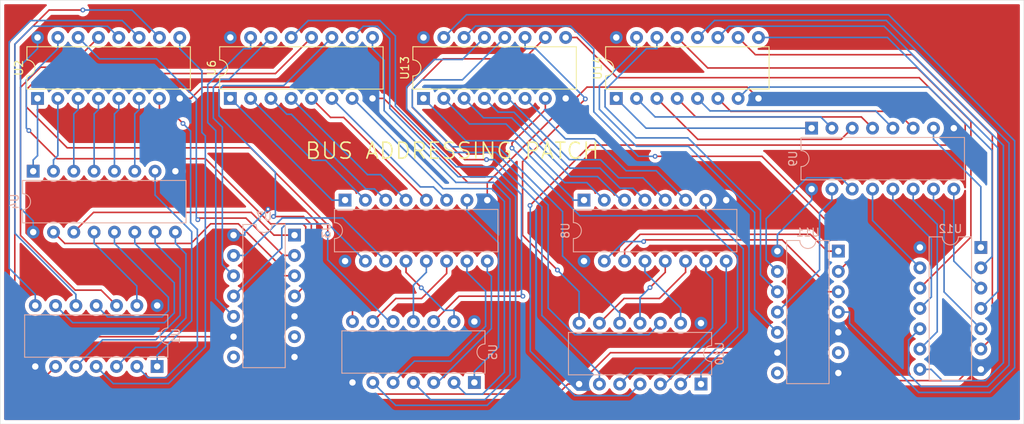
<source format=kicad_pcb>
(kicad_pcb (version 20240108) (generator "pcbnew") (generator_version "8.0")
  (layers (0 "F.Cu" signal) (31 "B.Cu" signal) (34 "B.Paste" user) (35 "F.Paste" user) (36 "B.SilkS" user "B.Silkscreen") (37 "F.SilkS" user "F.Silkscreen") (38 "B.Mask" user) (39 "F.Mask" user) (44 "Edge.Cuts" user))
  (net 0 "")
  (net 1 "Net-(U1-I0)")
  (net 2 "Net-(U1-I3)")
  (net 3 "Net-(U1-GND)")
  (net 4 "Net-(U1-03)")
  (net 5 "Net-(U1-V+)")
  (net 6 "Net-(U1-O5)")
  (net 7 "Net-(U1-O4)")
  (net 8 "Net-(U1-O1)")
  (net 9 "Net-(U1-I5)")
  (net 10 "Net-(U1-O0)")
  (net 11 "Net-(U1-I1)")
  (net 12 "Net-(U1-O2)")
  (net 13 "Net-(U1-I4)")
  (net 14 "Net-(U1-I2)")
  (net 15 "Net-(U2-A0)")
  (net 16 "Net-(U2-Y1)")
  (net 17 "Net-(U2-E1)")
  (net 18 "Net-(U2-E2#)")
  (net 19 "Net-(U2-A2)")
  (net 20 "Net-(U2-Y0)")
  (net 21 "Net-(U2-E3#)")
  (net 22 "Net-(U2-A1)")
  (net 23 "Net-(U3-Y6)")
  (net 24 "Net-(U3-Y5)")
  (net 25 "Net-(U3-E3#)")
  (net 26 "Net-(U3-Y3)")
  (net 27 "Net-(U3-Y1)")
  (net 28 "Net-(U3-E2#)")
  (net 29 "Net-(U3-Y2)")
  (net 30 "Net-(U3-E1)")
  (net 31 "Net-(U3-A1)")
  (net 32 "Net-(U3-A2)")
  (net 33 "Net-(U3-A0)")
  (net 34 "Net-(U3-Y4)")
  (net 35 "Net-(U3-Y7)")
  (net 36 "Net-(U3-Y0)")
  (net 37 "Net-(U4-Y1)")
  (net 38 "Net-(U4-Y0)")
  (net 39 "Net-(U5-O2)")
  (net 40 "Net-(U5-O4)")
  (net 41 "Net-(U5-O0)")
  (net 42 "Net-(U5-O1)")
  (net 43 "Net-(U5-O5)")
  (net 44 "Net-(U5-03)")
  (net 45 "Net-(U6-Y0)")
  (net 46 "Net-(U6-Y1)")
  (net 49 "Net-(U13-A2)")
  (net 50 "Net-(U13-A0)")
  (net 51 "Net-(U10-I5)")
  (net 52 "Net-(U13-E2#)")
  (net 53 "Net-(U11-I0)")
  (net 54 "Net-(U10-I3)")
  (net 55 "Net-(U13-A1)")
  (net 56 "Net-(U10-I2)")
  (net 57 "Net-(U10-I0)")
  (net 58 "Net-(U13-E1)")
  (net 59 "Net-(U10-I1)")
  (net 60 "Net-(U11-I1)")
  (net 61 "Net-(U13-E3#)")
  (net 62 "Net-(U10-I4)")
  (net 63 "Net-(U14-E1)")
  (net 64 "Net-(U14-A1)")
  (net 65 "Net-(U12-I3)")
  (net 66 "Net-(U12-I4)")
  (net 67 "Net-(U14-A2)")
  (net 68 "Net-(U12-I0)")
  (net 69 "Net-(U14-E3#)")
  (net 70 "Net-(U11-I4)")
  (net 71 "Net-(U12-I5)")
  (net 72 "Net-(U14-A0)")
  (net 73 "Net-(U11-I5)")
  (net 74 "Net-(U14-E2#)")
  (net 75 "Net-(U12-I1)")
  (net 76 "Net-(U12-I2)")
  (net 77 "Net-(U10-03)")
  (net 78 "Net-(U10-O1)")
  (net 79 "Net-(U10-O5)")
  (net 80 "Net-(U10-O0)")
  (net 81 "Net-(U10-O2)")
  (net 82 "Net-(U10-O4)")
  (net 83 "Net-(U11-O4)")
  (net 84 "Net-(U11-O0)")
  (net 86 "Net-(U11-O5)")
  (net 88 "Net-(U11-O1)")
  (net 89 "Net-(U12-O4)")
  (net 90 "Net-(U12-O5)")
  (net 91 "Net-(U12-03)")
  (net 92 "Net-(U12-O0)")
  (net 93 "Net-(U12-O2)")
  (net 94 "Net-(U12-O1)")
  (footprint "Package_DIP:DIP-16_W7.62mm" (layer "F.Cu") (at 191.0334 27.2796 90)
    (property "Reference" "U14")
    (property "Value" "~")
  )
  (footprint "Package_DIP:DIP-16_W7.62mm" (layer "F.Cu") (at 142.7734 27.2796 90)
    (property "Reference" "U6")
    (property "Value" "~")
  )
  (footprint "Package_DIP:DIP-16_W7.62mm" (layer "F.Cu") (at 166.9288 27.2796 90)
    (property "Reference" "U13")
    (property "Value" "~")
  )
  (footprint "Package_DIP:DIP-16_W7.62mm" (layer "F.Cu") (at 118.6688 27.2796 90)
    (property "Reference" "U2")
    (property "Value" "~")
  )
  (footprint "Package_DIP:DIP-14_W7.62mm" (layer "B.Cu") (at 201.625 63 90)
    (property "Reference" "U10")
    (property "Value" "~")
  )
  (footprint "Package_DIP:DIP-14_W7.62mm" (layer "B.Cu") (at 173.29 62.8 90)
    (property "Reference" "U5")
    (property "Value" "~")
  )
  (footprint "Package_DIP:DIP-16_W7.62mm" (layer "B.Cu") (at 118.125 36.38 -90)
    (property "Reference" "U4")
    (property "Value" "~")
  )
  (footprint "Package_DIP:DIP-16_W7.62mm" (layer "B.Cu") (at 157.125 40 -90)
    (property "Reference" "U3")
    (property "Value" "~")
  )
  (footprint "Package_DIP:DIP-14_W7.62mm" (layer "B.Cu") (at 133.625 60.8 90)
    (property "Reference" "U1")
    (property "Value" "~")
  )
  (footprint "Package_DIP:DIP-16_W7.62mm" (layer "B.Cu") (at 187 40 -90)
    (property "Reference" "U8")
    (property "Value" "~")
  )
  (footprint "Package_DIP:DIP-14_W7.62mm" (layer "B.Cu") (at 150.8 44.375 180)
    (property "Reference" "U7")
    (property "Value" "~")
  )
  (footprint "Package_DIP:DIP-14_W7.62mm" (layer "B.Cu") (at 236.62 45.92 180)
    (property "Reference" "U12")
    (property "Value" "~")
  )
  (footprint "Package_DIP:DIP-14_W7.62mm" (layer "B.Cu") (at 218.8 46.375 180)
    (property "Reference" "U11")
    (property "Value" "~")
  )
  (footprint "Package_DIP:DIP-16_W7.62mm" (layer "B.Cu") (at 215.46 31 -90)
    (property "Reference" "U9")
    (property "Value" "~")
  )
  (gr_rect (start 114 15) (end 242 68) (stroke (width 0.05)) (fill none) (layer "Edge.Cuts"))
  (gr_text "BUS ADDRESSING PATCH" (at 152 35 0) (layer "F.SilkS") (effects (font (size 2 2) (thickness 0.2)) (justify left bottom)))
  (segment (start 137.9469 43.9492) (end 137.9469 55.0764) (width 0.2) (layer "B.Cu") (net 1))
  (segment (start 133.365 37.7817) (end 133.365 39.3673) (width 0.2) (layer "B.Cu") (net 1))
  (segment (start 137.9469 55.0764) (end 133.625 59.3983) (width 0.2) (layer "B.Cu") (net 1))
  (segment (start 133.625 60.8) (end 133.625 59.3983) (width 0.2) (layer "B.Cu") (net 1))
  (segment (start 133.365 39.3673) (end 137.9469 43.9492) (width 0.2) (layer "B.Cu") (net 1))
  (segment (start 133.365 36.38) (end 133.365 37.7817) (width 0.2) (layer "B.Cu") (net 1))
  (segment (start 135.7666 50.3433) (end 135.7666 54.0982) (width 0.2) (layer "B.Cu") (net 2))
  (segment (start 134.5445 55.3203) (end 123.0653 55.3203) (width 0.2) (layer "B.Cu") (net 2))
  (segment (start 130.825 45.4017) (end 135.7666 50.3433) (width 0.2) (layer "B.Cu") (net 2))
  (segment (start 123.0653 55.3203) (end 120.925 53.18) (width 0.2) (layer "B.Cu") (net 2))
  (segment (start 135.7666 54.0982) (end 134.5445 55.3203) (width 0.2) (layer "B.Cu") (net 2))
  (segment (start 130.825 44) (end 130.825 45.4017) (width 0.2) (layer "B.Cu") (net 2))
  (segment (start 172.4905 37.815) (end 161.9551 27.2796) (width 0.2) (layer "F.Cu") (net 3))
  (segment (start 235.2183 61.16) (end 233.8116 62.5667) (width 0.2) (layer "F.Cu") (net 3))
  (segment (start 218.8 61.615) (end 220.2017 61.615) (width 0.2) (layer "F.Cu") (net 3))
  (segment (start 185.4097 27.2796) (end 186.1105 27.2796) (width 0.2) (layer "F.Cu") (net 3))
  (segment (start 208.8134 27.2796) (end 229.5196 27.2796) (width 0.2) (layer "F.Cu") (net 3))
  (segment (start 174.905 37.815) (end 174.905 38.5983) (width 0.2) (layer "F.Cu") (net 3))
  (segment (start 174.905 37.815) (end 172.4905 37.815) (width 0.2) (layer "F.Cu") (net 3))
  (segment (start 139.2522 25.8779) (end 159.1517 25.8779) (width 0.2) (layer "F.Cu") (net 3))
  (segment (start 229.5196 27.2796) (end 233.24 31) (width 0.2) (layer "F.Cu") (net 3))
  (segment (start 186.385 63) (end 184.9833 63) (width 0.2) (layer "F.Cu") (net 3))
  (segment (start 183.7323 64.251) (end 159.501 64.251) (width 0.2) (layer "F.Cu") (net 3))
  (segment (start 136.4488 27.2796) (end 137.8505 27.2796) (width 0.2) (layer "F.Cu") (net 3))
  (segment (start 174.905 40) (end 174.905 38.5983) (width 0.2) (layer "F.Cu") (net 3))
  (segment (start 160.5534 27.2796) (end 161.9551 27.2796) (width 0.2) (layer "F.Cu") (net 3))
  (segment (start 208.8134 27.2796) (end 207.398 25.8642) (width 0.2) (layer "F.Cu") (net 3))
  (segment (start 174.9448 37.815) (end 185.4097 27.3501) (width 0.2) (layer "F.Cu") (net 3))
  (segment (start 233.8116 62.5667) (end 221.1534 62.5667) (width 0.2) (layer "F.Cu") (net 3))
  (segment (start 174.905 37.815) (end 174.9448 37.815) (width 0.2) (layer "F.Cu") (net 3))
  (segment (start 187.3724 25.8642) (end 186.1105 27.1261) (width 0.2) (layer "F.Cu") (net 3))
  (segment (start 184.7088 27.2796) (end 185.4097 27.2796) (width 0.2) (layer "F.Cu") (net 3))
  (segment (start 185.4097 27.3501) (end 185.4097 27.2796) (width 0.2) (layer "F.Cu") (net 3))
  (segment (start 207.398 25.8642) (end 187.3724 25.8642) (width 0.2) (layer "F.Cu") (net 3))
  (segment (start 190.31 59.075) (end 186.385 63) (width 0.2) (layer "F.Cu") (net 3))
  (segment (start 118.385 60.8) (end 122.11 57.075) (width 0.2) (layer "F.Cu") (net 3))
  (segment (start 122.11 57.075) (end 143.18 57.075) (width 0.2) (layer "F.Cu") (net 3))
  (segment (start 159.1517 25.8779) (end 160.5534 27.2796) (width 0.2) (layer "F.Cu") (net 3))
  (segment (start 211.18 59.075) (end 190.31 59.075) (width 0.2) (layer "F.Cu") (net 3))
  (segment (start 186.1105 27.1261) (end 186.1105 27.2796) (width 0.2) (layer "F.Cu") (net 3))
  (segment (start 159.501 64.251) (end 158.05 62.8) (width 0.2) (layer "F.Cu") (net 3))
  (segment (start 184.9833 63) (end 183.7323 64.251) (width 0.2) (layer "F.Cu") (net 3))
  (segment (start 221.1534 62.5667) (end 220.2017 61.615) (width 0.2) (layer "F.Cu") (net 3))
  (segment (start 137.8505 27.2796) (end 139.2522 25.8779) (width 0.2) (layer "F.Cu") (net 3))
  (segment (start 236.62 61.16) (end 235.2183 61.16) (width 0.2) (layer "F.Cu") (net 3))
  (segment (start 214.8584 59.075) (end 211.18 59.075) (width 0.2) (layer "B.Cu") (net 3))
  (segment (start 200.4017 35.6217) (end 204.78 40) (width 0.2) (layer "B.Cu") (net 3))
  (segment (start 184.7088 27.2796) (end 186.1105 27.2796) (width 0.2) (layer "B.Cu") (net 3))
  (segment (start 149.3983 55.9367) (end 149.3983 54.535) (width 0.2) (layer "B.Cu") (net 3))
  (segment (start 217.3983 61.615) (end 217.3983 61.6149) (width 0.2) (layer "B.Cu") (net 3))
  (segment (start 150.8 59.615) (end 149.3983 59.615) (width 0.2) (layer "B.Cu") (net 3))
  (segment (start 150.8 54.535) (end 149.3983 54.535) (width 0.2) (layer "B.Cu") (net 3))
  (segment (start 136.4488 27.2796) (end 136.4488 28.6813) (width 0.2) (layer "B.Cu") (net 3))
  (segment (start 218.8 61.615) (end 217.3983 61.615) (width 0.2) (layer "B.Cu") (net 3))
  (segment (start 148.26 57.075) (end 149.3983 55.9367) (width 0.2) (layer "B.Cu") (net 3))
  (segment (start 217.3983 61.6149) (end 214.8584 59.075) (width 0.2) (layer "B.Cu") (net 3))
  (segment (start 186.1105 27.2796) (end 186.1105 27.8441) (width 0.2) (layer "B.Cu") (net 3))
  (segment (start 143.18 57.075) (end 144.5817 57.075) (width 0.2) (layer "B.Cu") (net 3))
  (segment (start 149.3983 58.2133) (end 148.26 57.075) (width 0.2) (layer "B.Cu") (net 3))
  (segment (start 150.8 59.615) (end 152.2017 59.615) (width 0.2) (layer "B.Cu") (net 3))
  (segment (start 158.05 62.8) (end 155.3867 62.8) (width 0.2) (layer "B.Cu") (net 3))
  (segment (start 136.4488 28.6813) (end 135.905 29.2251) (width 0.2) (layer "B.Cu") (net 3))
  (segment (start 135.905 29.2251) (end 135.905 36.38) (width 0.2) (layer "B.Cu") (net 3))
  (segment (start 193.8881 35.6217) (end 200.4017 35.6217) (width 0.2) (layer "B.Cu") (net 3))
  (segment (start 144.5817 57.075) (end 148.26 57.075) (width 0.2) (layer "B.Cu") (net 3))
  (segment (start 218.8 56.535) (end 217.3983 56.535) (width 0.2) (layer "B.Cu") (net 3))
  (segment (start 149.3983 59.615) (end 149.3983 58.2133) (width 0.2) (layer "B.Cu") (net 3))
  (segment (start 186.1105 27.8441) (end 193.8881 35.6217) (width 0.2) (layer "B.Cu") (net 3))
  (segment (start 214.8584 59.075) (end 217.3983 56.5351) (width 0.2) (layer "B.Cu") (net 3))
  (segment (start 207.6276 55.5226) (end 207.6276 44.2493) (width 0.2) (layer "B.Cu") (net 3))
  (segment (start 217.3983 56.5351) (end 217.3983 56.535) (width 0.2) (layer "B.Cu") (net 3))
  (segment (start 204.78 40) (end 204.78 41.4017) (width 0.2) (layer "B.Cu") (net 3))
  (segment (start 211.18 59.075) (end 207.6276 55.5226) (width 0.2) (layer "B.Cu") (net 3))
  (segment (start 155.3867 62.8) (end 152.2017 59.615) (width 0.2) (layer "B.Cu") (net 3))
  (segment (start 207.6276 44.2493) (end 204.78 41.4017) (width 0.2) (layer "B.Cu") (net 3))
  (segment (start 131.3688 19.6596) (end 129.2543 17.5451) (width 0.2) (layer "B.Cu") (net 4))
  (segment (start 115.1224 20.2161) (end 115.1224 48.5157) (width 0.2) (layer "B.Cu") (net 4))
  (segment (start 118.385 53.18) (end 118.385 51.7783) (width 0.2) (layer "B.Cu") (net 4))
  (segment (start 129.2543 17.5451) (end 117.7934 17.5451) (width 0.2) (layer "B.Cu") (net 4))
  (segment (start 115.1224 48.5157) (end 118.385 51.7783) (width 0.2) (layer "B.Cu") (net 4))
  (segment (start 117.7934 17.5451) (end 115.1224 20.2161) (width 0.2) (layer "B.Cu") (net 4))
  (segment (start 227.5983 45.92) (end 222.76 45.92) (width 0.2) (layer "F.Cu") (net 5))
  (segment (start 229 45.92) (end 227.5983 45.92) (width 0.2) (layer "F.Cu") (net 5))
  (segment (start 124.5198 50.3948) (end 132.2415 50.3948) (width 0.2) (layer "F.Cu") (net 5))
  (segment (start 209.7783 46.375) (end 202.175 53.9783) (width 0.2) (layer "F.Cu") (net 5))
  (segment (start 157.125 46.9191) (end 156.316 46.9191) (width 0.2) (layer "F.Cu") (net 5))
  (segment (start 187 47.62) (end 186.2992 47.62) (width 0.2) (layer "F.Cu") (net 5))
  (segment (start 189.6317 19.6596) (end 187.5253 17.5532) (width 0.2) (layer "F.Cu") (net 5))
  (segment (start 157.125 47.62) (end 157.125 46.9191) (width 0.2) (layer "F.Cu") (net 5))
  (segment (start 120.0705 18.2579) (end 139.97 18.2579) (width 0.2) (layer "F.Cu") (net 5))
  (segment (start 175.4996 46.2183) (end 157.125 46.2183) (width 0.2) (layer "F.Cu") (net 5))
  (segment (start 211.18 46.375) (end 209.7783 46.375) (width 0.2) (layer "F.Cu") (net 5))
  (segment (start 141.7783 44.375) (end 134.375 51.7783) (width 0.2) (layer "F.Cu") (net 5))
  (segment (start 132.2415 50.3948) (end 133.625 51.7783) (width 0.2) (layer "F.Cu") (net 5))
  (segment (start 144.1751 18.2579) (end 166.9288 18.2579) (width 0.2) (layer "F.Cu") (net 5))
  (segment (start 201.625 55.38) (end 200.2183 56.7867) (width 0.2) (layer "F.Cu") (net 5))
  (segment (start 181.2498 51.9685) (end 181.9507 51.9685) (width 0.2) (layer "F.Cu") (net 5))
  (segment (start 191.0334 19.6596) (end 189.6317 19.6596) (width 0.2) (layer "F.Cu") (net 5))
  (segment (start 167.6335 17.5532) (end 166.9288 18.2579) (width 0.2) (layer "F.Cu") (net 5))
  (segment (start 151.9861 41.1236) (end 147.4894 41.1236) (width 0.2) (layer "F.Cu") (net 5))
  (segment (start 166.9288 19.6596) (end 166.9288 18.2579) (width 0.2) (layer "F.Cu") (net 5))
  (segment (start 118.125 44) (end 124.5198 50.3948) (width 0.2) (layer "F.Cu") (net 5))
  (segment (start 153.6051 42.7426) (end 151.9861 41.1236) (width 0.2) (layer "F.Cu") (net 5))
  (segment (start 142.7734 19.6596) (end 144.1751 18.2579) (width 0.2) (layer "F.Cu") (net 5))
  (segment (start 181.2498 53.8442) (end 181.2498 51.9685) (width 0.2) (layer "F.Cu") (net 5))
  (segment (start 202.175 53.9783) (end 201.625 53.9783) (width 0.2) (layer "F.Cu") (net 5))
  (segment (start 181.2498 53.8442) (end 176.0275 53.8442) (width 0.2) (layer "F.Cu") (net 5))
  (segment (start 133.625 53.18) (end 133.625 51.7783) (width 0.2) (layer "F.Cu") (net 5))
  (segment (start 200.2183 56.7867) (end 184.1923 56.7867) (width 0.2) (layer "F.Cu") (net 5))
  (segment (start 134.375 51.7783) (end 133.625 51.7783) (width 0.2) (layer "F.Cu") (net 5))
  (segment (start 142.7734 19.6596) (end 141.3717 19.6596) (width 0.2) (layer "F.Cu") (net 5))
  (segment (start 173.29 55.18) (end 174.6917 55.18) (width 0.2) (layer "F.Cu") (net 5))
  (segment (start 156.316 46.9191) (end 153.6051 44.2082) (width 0.2) (layer "F.Cu") (net 5))
  (segment (start 176.0275 53.8442) (end 174.6917 55.18) (width 0.2) (layer "F.Cu") (net 5))
  (segment (start 143.18 44.375) (end 141.7783 44.375) (width 0.2) (layer "F.Cu") (net 5))
  (segment (start 184.1923 56.7867) (end 181.2498 53.8442) (width 0.2) (layer "F.Cu") (net 5))
  (segment (start 118.6688 19.6596) (end 120.0705 18.2579) (width 0.2) (layer "F.Cu") (net 5))
  (segment (start 187.5253 17.5532) (end 167.6335 17.5532) (width 0.2) (layer "F.Cu") (net 5))
  (segment (start 201.625 55.38) (end 201.625 53.9783) (width 0.2) (layer "F.Cu") (net 5))
  (segment (start 153.6051 44.2082) (end 153.6051 42.7426) (width 0.2) (layer "F.Cu") (net 5))
  (segment (start 181.2498 51.9685) (end 175.4996 46.2183) (width 0.2) (layer "F.Cu") (net 5))
  (segment (start 139.97 18.2579) (end 141.3717 19.6596) (width 0.2) (layer "F.Cu") (net 5))
  (segment (start 157.125 46.9191) (end 157.125 46.2183) (width 0.2) (layer "F.Cu") (net 5))
  (segment (start 181.9507 51.9685) (end 186.2992 47.62) (width 0.2) (layer "F.Cu") (net 5))
  (segment (start 222.76 45.92) (end 215.46 38.62) (width 0.2) (layer "F.Cu") (net 5))
  (via (at 147.4894 41.1236) (size 0.6) (drill 0.3) (layers "F.Cu" "B.Cu") (net 5))
  (segment (start 118.125 42.5983) (end 116.5441 41.0174) (width 0.2) (layer "B.Cu") (net 5))
  (segment (start 211.18 44.3017) (end 215.46 40.0217) (width 0.2) (layer "B.Cu") (net 5))
  (segment (start 118.6688 19.6596) (end 118.6688 21.0613) (width 0.2) (layer "B.Cu") (net 5))
  (segment (start 144.5817 44.375) (end 144.5817 44.0313) (width 0.2) (layer "B.Cu") (net 5))
  (segment (start 118.125 44) (end 118.125 42.5983) (width 0.2) (layer "B.Cu") (net 5))
  (segment (start 116.5441 23.186) (end 118.6688 21.0613) (width 0.2) (layer "B.Cu") (net 5))
  (segment (start 116.5441 41.0174) (end 116.5441 23.186) (width 0.2) (layer "B.Cu") (net 5))
  (segment (start 143.18 44.375) (end 144.5817 44.375) (width 0.2) (layer "B.Cu") (net 5))
  (segment (start 211.18 46.375) (end 211.18 44.3017) (width 0.2) (layer "B.Cu") (net 5))
  (segment (start 144.5817 44.0313) (end 147.4894 41.1236) (width 0.2) (layer "B.Cu") (net 5))
  (segment (start 215.46 38.62) (end 215.46 40.0217) (width 0.2) (layer "B.Cu") (net 5))
  (segment (start 126.2888 19.6596) (end 122.5681 23.3803) (width 0.2) (layer "F.Cu") (net 6))
  (segment (start 123.375 51.2522) (end 126.6172 51.2522) (width 0.2) (layer "F.Cu") (net 6))
  (segment (start 116.5404 25.9011) (end 116.5404 44.4176) (width 0.2) (layer "F.Cu") (net 6))
  (segment (start 126.6172 51.2522) (end 128.545 53.18) (width 0.2) (layer "F.Cu") (net 6))
  (segment (start 122.5681 23.3803) (end 119.0612 23.3803) (width 0.2) (layer "F.Cu") (net 6))
  (segment (start 116.5404 44.4176) (end 123.375 51.2522) (width 0.2) (layer "F.Cu") (net 6))
  (segment (start 119.0612 23.3803) (end 116.5404 25.9011) (width 0.2) (layer "F.Cu") (net 6))
  (segment (start 115.8424 20.4884) (end 118.0774 18.2534) (width 0.2) (layer "B.Cu") (net 7))
  (segment (start 123.465 51.7783) (end 115.8424 44.1557) (width 0.2) (layer "B.Cu") (net 7))
  (segment (start 127.4226 18.2534) (end 128.8288 19.6596) (width 0.2) (layer "B.Cu") (net 7))
  (segment (start 123.465 53.18) (end 123.465 51.7783) (width 0.2) (layer "B.Cu") (net 7))
  (segment (start 115.8424 44.1557) (end 115.8424 20.4884) (width 0.2) (layer "B.Cu") (net 7))
  (segment (start 118.0774 18.2534) (end 127.4226 18.2534) (width 0.2) (layer "B.Cu") (net 7))
  (segment (start 139.6513 31.9683) (end 139.6513 58.3296) (width 0.2) (layer "B.Cu") (net 8))
  (segment (start 136.4488 19.6596) (end 136.4488 21.0613) (width 0.2) (layer "B.Cu") (net 8))
  (segment (start 139.6513 58.3296) (end 135.0461 62.9348) (width 0.2) (layer "B.Cu") (net 8))
  (segment (start 128.1398 62.9348) (end 126.005 60.8) (width 0.2) (layer "B.Cu") (net 8))
  (segment (start 135.0461 62.9348) (end 128.1398 62.9348) (width 0.2) (layer "B.Cu") (net 8))
  (segment (start 136.4488 21.0613) (end 139.2253 23.8378) (width 0.2) (layer "B.Cu") (net 8))
  (segment (start 139.2253 31.5423) (end 139.6513 31.9683) (width 0.2) (layer "B.Cu") (net 8))
  (segment (start 139.2253 23.8378) (end 139.2253 31.5423) (width 0.2) (layer "B.Cu") (net 8))
  (segment (start 125.745 45.4017) (end 131.085 50.7417) (width 0.2) (layer "B.Cu") (net 9))
  (segment (start 125.745 44) (end 125.745 45.4017) (width 0.2) (layer "B.Cu") (net 9))
  (segment (start 131.085 50.7417) (end 131.085 53.18) (width 0.2) (layer "B.Cu") (net 9))
  (segment (start 133.9088 28.6813) (end 135.1246 28.6813) (width 0.2) (layer "F.Cu") (net 10))
  (segment (start 133.9088 27.2796) (end 133.9088 28.6813) (width 0.2) (layer "F.Cu") (net 10))
  (segment (start 135.1246 28.6813) (end 136.8559 30.4126) (width 0.2) (layer "F.Cu") (net 10))
  (via (at 136.8559 30.4126) (size 0.6) (drill 0.3) (layers "F.Cu" "B.Cu") (net 10))
  (segment (start 138.6532 58.2721) (end 134.7236 62.2017) (width 0.2) (layer "B.Cu") (net 10))
  (segment (start 132.4867 62.2017) (end 131.085 60.8) (width 0.2) (layer "B.Cu") (net 10))
  (segment (start 137.8096 42.8196) (end 138.6532 43.6632) (width 0.2) (layer "B.Cu") (net 10))
  (segment (start 134.7236 62.2017) (end 132.4867 62.2017) (width 0.2) (layer "B.Cu") (net 10))
  (segment (start 137.8096 31.3663) (end 137.8096 42.8196) (width 0.2) (layer "B.Cu") (net 10))
  (segment (start 136.8559 30.4126) (end 137.8096 31.3663) (width 0.2) (layer "B.Cu") (net 10))
  (segment (start 138.6532 43.6632) (end 138.6532 58.2721) (width 0.2) (layer "B.Cu") (net 10))
  (segment (start 133.5435 58.412) (end 137.2258 54.7297) (width 0.2) (layer "B.Cu") (net 11))
  (segment (start 137.2258 46.7225) (end 135.905 45.4017) (width 0.2) (layer "B.Cu") (net 11))
  (segment (start 128.545 60.8) (end 130.933 58.412) (width 0.2) (layer "B.Cu") (net 11))
  (segment (start 135.905 44) (end 135.905 45.4017) (width 0.2) (layer "B.Cu") (net 11))
  (segment (start 137.2258 54.7297) (end 137.2258 46.7225) (width 0.2) (layer "B.Cu") (net 11))
  (segment (start 130.933 58.412) (end 133.5435 58.412) (width 0.2) (layer "B.Cu") (net 11))
  (segment (start 115.8259 20.5163) (end 115.8259 60.2586) (width 0.2) (layer "F.Cu") (net 12))
  (segment (start 120.1143 16.2279) (end 115.8259 20.5163) (width 0.2) (layer "F.Cu") (net 12))
  (segment (start 124.3349 16.2279) (end 120.1143 16.2279) (width 0.2) (layer "F.Cu") (net 12))
  (segment (start 115.8259 60.2586) (end 117.7936 62.2263) (width 0.2) (layer "F.Cu") (net 12))
  (segment (start 117.7936 62.2263) (end 119.4987 62.2263) (width 0.2) (layer "F.Cu") (net 12))
  (segment (start 119.4987 62.2263) (end 120.925 60.8) (width 0.2) (layer "F.Cu") (net 12))
  (via (at 124.3349 16.2279) (size 0.6) (drill 0.3) (layers "F.Cu" "B.Cu") (net 12))
  (segment (start 130.4771 16.2279) (end 124.3349 16.2279) (width 0.2) (layer "B.Cu") (net 12))
  (segment (start 133.9088 19.6596) (end 130.4771 16.2279) (width 0.2) (layer "B.Cu") (net 12))
  (segment (start 135.0362 52.1529) (end 135.0362 53.7952) (width 0.2) (layer "B.Cu") (net 13))
  (segment (start 134.2304 54.601) (end 127.426 54.601) (width 0.2) (layer "B.Cu") (net 13))
  (segment (start 128.285 45.4017) (end 135.0362 52.1529) (width 0.2) (layer "B.Cu") (net 13))
  (segment (start 135.0362 53.7952) (end 134.2304 54.601) (width 0.2) (layer "B.Cu") (net 13))
  (segment (start 127.426 54.601) (end 126.005 53.18) (width 0.2) (layer "B.Cu") (net 13))
  (segment (start 128.285 44) (end 128.285 45.4017) (width 0.2) (layer "B.Cu") (net 13))
  (segment (start 133.4478 57.4624) (end 126.8026 57.4624) (width 0.2) (layer "B.Cu") (net 14))
  (segment (start 136.4962 54.414) (end 133.4478 57.4624) (width 0.2) (layer "B.Cu") (net 14))
  (segment (start 136.4962 48.5329) (end 136.4962 54.414) (width 0.2) (layer "B.Cu") (net 14))
  (segment (start 133.365 45.4017) (end 136.4962 48.5329) (width 0.2) (layer "B.Cu") (net 14))
  (segment (start 133.365 44) (end 133.365 45.4017) (width 0.2) (layer "B.Cu") (net 14))
  (segment (start 126.8026 57.4624) (end 123.465 60.8) (width 0.2) (layer "B.Cu") (net 14))
  (segment (start 118.6688 34.4345) (end 118.6688 28.6813) (width 0.2) (layer "B.Cu") (net 15))
  (segment (start 118.125 34.9783) (end 118.6688 34.4345) (width 0.2) (layer "B.Cu") (net 15))
  (segment (start 118.6688 27.2796) (end 118.6688 28.6813) (width 0.2) (layer "B.Cu") (net 15))
  (segment (start 118.125 36.38) (end 118.125 34.9783) (width 0.2) (layer "B.Cu") (net 15))
  (segment (start 149.3983 46.915) (end 144.7292 42.2459) (width 0.2) (layer "F.Cu") (net 16))
  (segment (start 144.7292 42.2459) (end 138.9116 42.2459) (width 0.2) (layer "F.Cu") (net 16))
  (segment (start 150.8 46.915) (end 149.3983 46.915) (width 0.2) (layer "F.Cu") (net 16))
  (segment (start 138.9116 42.2459) (end 138.7113 42.4462) (width 0.2) (layer "F.Cu") (net 16))
  (via (at 138.7113 42.4462) (size 0.6) (drill 0.3) (layers "F.Cu" "B.Cu") (net 16))
  (segment (start 126.419 22.3298) (end 133.5385 22.3298) (width 0.2) (layer "B.Cu") (net 16))
  (segment (start 138.5236 42.2585) (end 138.7113 42.4462) (width 0.2) (layer "B.Cu") (net 16))
  (segment (start 138.5236 27.3149) (end 138.5236 42.2585) (width 0.2) (layer "B.Cu") (net 16))
  (segment (start 133.5385 22.3298) (end 138.5236 27.3149) (width 0.2) (layer "B.Cu") (net 16))
  (segment (start 123.7488 19.6596) (end 126.419 22.3298) (width 0.2) (layer "B.Cu") (net 16))
  (segment (start 131.3688 27.2796) (end 131.3688 28.6813) (width 0.2) (layer "B.Cu") (net 17))
  (segment (start 130.825 29.2251) (end 130.825 36.38) (width 0.2) (layer "B.Cu") (net 17))
  (segment (start 131.3688 28.6813) (end 130.825 29.2251) (width 0.2) (layer "B.Cu") (net 17))
  (segment (start 126.2888 28.6813) (end 125.745 29.2251) (width 0.2) (layer "B.Cu") (net 18))
  (segment (start 125.745 29.2251) (end 125.745 36.38) (width 0.2) (layer "B.Cu") (net 18))
  (segment (start 126.2888 27.2796) (end 126.2888 28.6813) (width 0.2) (layer "B.Cu") (net 18))
  (segment (start 123.205 29.2251) (end 123.205 36.38) (width 0.2) (layer "B.Cu") (net 19))
  (segment (start 123.7488 28.6813) (end 123.205 29.2251) (width 0.2) (layer "B.Cu") (net 19))
  (segment (start 123.7488 27.2796) (end 123.7488 28.6813) (width 0.2) (layer "B.Cu") (net 19))
  (segment (start 152.2017 50.5933) (end 152.2017 43.3258) (width 0.2) (layer "F.Cu") (net 20))
  (segment (start 152.2017 43.3258) (end 151.8492 42.9733) (width 0.2) (layer "F.Cu") (net 20))
  (segment (start 147.8191 42.9733) (end 139.6643 34.8185) (width 0.2) (layer "F.Cu") (net 20))
  (segment (start 121.1006 34.8185) (end 117.5811 31.299) (width 0.2) (layer "F.Cu") (net 20))
  (segment (start 150.8 51.995) (end 152.2017 50.5933) (width 0.2) (layer "F.Cu") (net 20))
  (segment (start 151.8492 42.9733) (end 147.8191 42.9733) (width 0.2) (layer "F.Cu") (net 20))
  (segment (start 139.6643 34.8185) (end 121.1006 34.8185) (width 0.2) (layer "F.Cu") (net 20))
  (via (at 117.5811 31.299) (size 0.6) (drill 0.3) (layers "F.Cu" "B.Cu") (net 20))
  (segment (start 117.2671 30.985) (end 117.2671 25.003) (width 0.2) (layer "B.Cu") (net 20))
  (segment (start 117.2671 25.003) (end 121.2088 21.0613) (width 0.2) (layer "B.Cu") (net 20))
  (segment (start 117.5811 31.299) (end 117.2671 30.985) (width 0.2) (layer "B.Cu") (net 20))
  (segment (start 121.2088 19.6596) (end 121.2088 21.0613) (width 0.2) (layer "B.Cu") (net 20))
  (segment (start 128.8288 27.2796) (end 128.8288 28.6813) (width 0.2) (layer "B.Cu") (net 21))
  (segment (start 128.285 29.2251) (end 128.285 36.38) (width 0.2) (layer "B.Cu") (net 21))
  (segment (start 128.8288 28.6813) (end 128.285 29.2251) (width 0.2) (layer "B.Cu") (net 21))
  (segment (start 121.2088 34.4345) (end 120.665 34.9783) (width 0.2) (layer "B.Cu") (net 22))
  (segment (start 121.2088 27.2796) (end 121.2088 34.4345) (width 0.2) (layer "B.Cu") (net 22))
  (segment (start 120.665 36.38) (end 120.665 34.9783) (width 0.2) (layer "B.Cu") (net 22))
  (segment (start 175.4186 56.0642) (end 168.6828 62.8) (width 0.2) (layer "B.Cu") (net 23))
  (segment (start 174.905 47.62) (end 174.905 49.0217) (width 0.2) (layer "B.Cu") (net 23))
  (segment (start 175.4186 49.5353) (end 175.4186 56.0642) (width 0.2) (layer "B.Cu") (net 23))
  (segment (start 168.6828 62.8) (end 168.21 62.8) (width 0.2) (layer "B.Cu") (net 23))
  (segment (start 174.905 49.0217) (end 175.4186 49.5353) (width 0.2) (layer "B.Cu") (net 23))
  (segment (start 174.6917 55.7685) (end 170.3304 60.1298) (width 0.2) (layer "B.Cu") (net 24))
  (segment (start 172.365 47.62) (end 172.365 49.0217) (width 0.2) (layer "B.Cu") (net 24))
  (segment (start 174.6917 51.3484) (end 174.6917 55.7685) (width 0.2) (layer "B.Cu") (net 24))
  (segment (start 172.365 49.0217) (end 174.6917 51.3484) (width 0.2) (layer "B.Cu") (net 24))
  (segment (start 170.3304 60.1298) (end 165.8002 60.1298) (width 0.2) (layer "B.Cu") (net 24))
  (segment (start 165.8002 60.1298) (end 163.13 62.8) (width 0.2) (layer "B.Cu") (net 24))
  (segment (start 167.285 40) (end 156.9417 29.6567) (width 0.2) (layer "F.Cu") (net 25))
  (segment (start 156.9417 29.6567) (end 155.3105 29.6567) (width 0.2) (layer "F.Cu") (net 25))
  (segment (start 155.3105 29.6567) (end 152.9334 27.2796) (width 0.2) (layer "F.Cu") (net 25))
  (segment (start 165.67 55.18) (end 165.67 53.7783) (width 0.2) (layer "B.Cu") (net 26))
  (segment (start 167.285 49.0217) (end 165.67 50.6367) (width 0.2) (layer "B.Cu") (net 26))
  (segment (start 165.67 50.6367) (end 165.67 53.7783) (width 0.2) (layer "B.Cu") (net 26))
  (segment (start 167.285 47.62) (end 167.285 49.0217) (width 0.2) (layer "B.Cu") (net 26))
  (segment (start 149.2693 42.2286) (end 156.8136 42.2286) (width 0.2) (layer "B.Cu") (net 27))
  (segment (start 144.5817 46.915) (end 144.5829 46.915) (width 0.2) (layer "B.Cu") (net 27))
  (segment (start 143.18 46.915) (end 144.5817 46.915) (width 0.2) (layer "B.Cu") (net 27))
  (segment (start 144.5829 46.915) (end 149.2693 42.2286) (width 0.2) (layer "B.Cu") (net 27))
  (segment (start 156.8136 42.2286) (end 162.205 47.62) (width 0.2) (layer "B.Cu") (net 27))
  (segment (start 164.745 40) (end 161.5561 36.8111) (width 0.2) (layer "B.Cu") (net 28))
  (segment (start 159.9249 36.8111) (end 150.3934 27.2796) (width 0.2) (layer "B.Cu") (net 28))
  (segment (start 161.5561 36.8111) (end 159.9249 36.8111) (width 0.2) (layer "B.Cu") (net 28))
  (segment (start 164.745 47.62) (end 164.745 49.0217) (width 0.2) (layer "F.Cu") (net 29))
  (segment (start 166.6501 50.9268) (end 166.6501 50.9607) (width 0.2) (layer "F.Cu") (net 29))
  (segment (start 164.745 49.0217) (end 166.6501 50.9268) (width 0.2) (layer "F.Cu") (net 29))
  (via (at 166.6501 50.9607) (size 0.6) (drill 0.3) (layers "F.Cu" "B.Cu") (net 29))
  (segment (start 169.4677 53.7783) (end 166.6501 50.9607) (width 0.2) (layer "B.Cu") (net 29))
  (segment (start 170.75 55.18) (end 170.75 53.7783) (width 0.2) (layer "B.Cu") (net 29))
  (segment (start 170.75 53.7783) (end 169.4677 53.7783) (width 0.2) (layer "B.Cu") (net 29))
  (segment (start 169.8231 40) (end 169.825 40) (width 0.2) (layer "B.Cu") (net 30))
  (segment (start 168.1703 38.3472) (end 169.8231 40) (width 0.2) (layer "B.Cu") (net 30))
  (segment (start 155.4734 27.2796) (end 166.541 38.3472) (width 0.2) (layer "B.Cu") (net 30))
  (segment (start 166.541 38.3472) (end 168.1703 38.3472) (width 0.2) (layer "B.Cu") (net 30))
  (segment (start 153.0588 35.025) (end 145.3134 27.2796) (width 0.2) (layer "B.Cu") (net 31))
  (segment (start 159.665 40) (end 154.69 35.025) (width 0.2) (layer "B.Cu") (net 31))
  (segment (start 154.69 35.025) (end 153.0588 35.025) (width 0.2) (layer "B.Cu") (net 31))
  (segment (start 150.3981 29.2646) (end 149.8384 29.2646) (width 0.2) (layer "B.Cu") (net 32))
  (segment (start 149.8384 29.2646) (end 147.8534 27.2796) (width 0.2) (layer "B.Cu") (net 32))
  (segment (start 160.8033 38.5983) (end 159.7318 38.5983) (width 0.2) (layer "B.Cu") (net 32))
  (segment (start 162.205 40) (end 160.8033 38.5983) (width 0.2) (layer "B.Cu") (net 32))
  (segment (start 159.7318 38.5983) (end 150.3981 29.2646) (width 0.2) (layer "B.Cu") (net 32))
  (segment (start 157.125 40) (end 155.4938 40) (width 0.2) (layer "B.Cu") (net 33))
  (segment (start 155.4938 40) (end 142.7734 27.2796) (width 0.2) (layer "B.Cu") (net 33))
  (segment (start 160.59 55.18) (end 163.4717 52.2983) (width 0.2) (layer "F.Cu") (net 34))
  (segment (start 169.825 49.1608) (end 169.825 49.0217) (width 0.2) (layer "F.Cu") (net 34))
  (segment (start 166.6875 52.2983) (end 169.825 49.1608) (width 0.2) (layer "F.Cu") (net 34))
  (segment (start 169.825 47.62) (end 169.825 49.0217) (width 0.2) (layer "F.Cu") (net 34))
  (segment (start 163.4717 52.2983) (end 166.6875 52.2983) (width 0.2) (layer "F.Cu") (net 34))
  (segment (start 172.365 40) (end 172.365 41.4017) (width 0.2) (layer "B.Cu") (net 35))
  (segment (start 173.29 62.8) (end 173.29 61.3983) (width 0.2) (layer "B.Cu") (net 35))
  (segment (start 172.365 41.4017) (end 176.3075 45.3442) (width 0.2) (layer "B.Cu") (net 35))
  (segment (start 176.3075 45.3442) (end 176.3075 58.3808) (width 0.2) (layer "B.Cu") (net 35))
  (segment (start 176.3075 58.3808) (end 173.29 61.3983) (width 0.2) (layer "B.Cu") (net 35))
  (segment (start 155.0183 42.9733) (end 159.665 47.62) (width 0.2) (layer "B.Cu") (net 36))
  (segment (start 149.2084 45.9666) (end 149.2084 43.5157) (width 0.2) (layer "B.Cu") (net 36))
  (segment (start 149.7508 42.9733) (end 155.0183 42.9733) (width 0.2) (layer "B.Cu") (net 36))
  (segment (start 143.18 51.995) (end 149.2084 45.9666) (width 0.2) (layer "B.Cu") (net 36))
  (segment (start 149.2084 43.5157) (end 149.7508 42.9733) (width 0.2) (layer "B.Cu") (net 36))
  (segment (start 125.6724 41.5326) (end 145.3839 41.5326) (width 0.2) (layer "F.Cu") (net 37))
  (segment (start 148.2263 44.375) (end 149.3983 44.375) (width 0.2) (layer "F.Cu") (net 37))
  (segment (start 123.205 44) (end 125.6724 41.5326) (width 0.2) (layer "F.Cu") (net 37))
  (segment (start 145.3839 41.5326) (end 148.2263 44.375) (width 0.2) (layer "F.Cu") (net 37))
  (segment (start 150.8 44.375) (end 149.3983 44.375) (width 0.2) (layer "F.Cu") (net 37))
  (segment (start 150.8 49.455) (end 149.3983 49.455) (width 0.2) (layer "F.Cu") (net 38))
  (segment (start 140.3136 42.9586) (end 143.778 42.9586) (width 0.2) (layer "F.Cu") (net 38))
  (segment (start 120.665 44) (end 122.0801 45.4151) (width 0.2) (layer "F.Cu") (net 38))
  (segment (start 143.778 42.9586) (end 149.3983 48.5789) (width 0.2) (layer "F.Cu") (net 38))
  (segment (start 149.3983 48.5789) (end 149.3983 49.455) (width 0.2) (layer "F.Cu") (net 38))
  (segment (start 137.8571 45.4151) (end 140.3136 42.9586) (width 0.2) (layer "F.Cu") (net 38))
  (segment (start 122.0801 45.4151) (end 137.8571 45.4151) (width 0.2) (layer "F.Cu") (net 38))
  (segment (start 178.4441 62.107) (end 174.8918 65.6593) (width 0.2) (layer "B.Cu") (net 39))
  (segment (start 159.4193 18.2537) (end 161.1613 18.2537) (width 0.2) (layer "B.Cu") (net 39))
  (segment (start 178.4441 39.5599) (end 178.4441 62.107) (width 0.2) (layer "B.Cu") (net 39))
  (segment (start 163.4493 65.6593) (end 160.59 62.8) (width 0.2) (layer "B.Cu") (net 39))
  (segment (start 158.0134 19.6596) (end 159.4193 18.2537) (width 0.2) (layer "B.Cu") (net 39))
  (segment (start 171.2762 37.0819) (end 175.9661 37.0819) (width 0.2) (layer "B.Cu") (net 39))
  (segment (start 161.1613 18.2537) (end 162.7099 19.8023) (width 0.2) (layer "B.Cu") (net 39))
  (segment (start 162.7099 19.8023) (end 162.7099 28.5156) (width 0.2) (layer "B.Cu") (net 39))
  (segment (start 175.9661 37.0819) (end 178.4441 39.5599) (width 0.2) (layer "B.Cu") (net 39))
  (segment (start 162.7099 28.5156) (end 171.2762 37.0819) (width 0.2) (layer "B.Cu") (net 39))
  (segment (start 174.8918 65.6593) (end 163.4493 65.6593) (width 0.2) (layer "B.Cu") (net 39))
  (segment (start 145.3166 33.4618) (end 122.384 33.4618) (width 0.2) (layer "F.Cu") (net 40))
  (segment (start 117.2544 26.1946) (end 119.2793 24.1697) (width 0.2) (layer "F.Cu") (net 40))
  (segment (start 148.4233 24.1697) (end 152.9334 19.6596) (width 0.2) (layer "F.Cu") (net 40))
  (segment (start 117.2544 28.3322) (end 117.2544 26.1946) (width 0.2) (layer "F.Cu") (net 40))
  (segment (start 119.2793 24.1697) (end 148.4233 24.1697) (width 0.2) (layer "F.Cu") (net 40))
  (segment (start 154.9511 44.1838) (end 154.9511 43.0963) (width 0.2) (layer "F.Cu") (net 40))
  (segment (start 154.9511 43.0963) (end 145.3166 33.4618) (width 0.2) (layer "F.Cu") (net 40))
  (segment (start 122.384 33.4618) (end 117.2544 28.3322) (width 0.2) (layer "F.Cu") (net 40))
  (via (at 154.9511 44.1838) (size 0.6) (drill 0.3) (layers "F.Cu" "B.Cu") (net 40))
  (segment (start 162.6637 55.18) (end 154.9511 47.4674) (width 0.2) (layer "B.Cu") (net 40))
  (segment (start 163.13 55.18) (end 162.6637 55.18) (width 0.2) (layer "B.Cu") (net 40))
  (segment (start 154.9511 47.4674) (end 154.9511 44.1838) (width 0.2) (layer "B.Cu") (net 40))
  (segment (start 169.3802 38.5648) (end 175.4521 38.5648) (width 0.2) (layer "B.Cu") (net 41))
  (segment (start 175.4521 38.5648) (end 177.0407 40.1534) (width 0.2) (layer "B.Cu") (net 41))
  (segment (start 158.095 27.2796) (end 169.3802 38.5648) (width 0.2) (layer "B.Cu") (net 41))
  (segment (start 172.2059 64.2559) (end 170.75 62.8) (width 0.2) (layer "B.Cu") (net 41))
  (segment (start 177.0407 61.5258) (end 174.3106 64.2559) (width 0.2) (layer "B.Cu") (net 41))
  (segment (start 174.3106 64.2559) (end 172.2059 64.2559) (width 0.2) (layer "B.Cu") (net 41))
  (segment (start 158.0134 27.2796) (end 158.095 27.2796) (width 0.2) (layer "B.Cu") (net 41))
  (segment (start 177.0407 40.1534) (end 177.0407 61.5258) (width 0.2) (layer "B.Cu") (net 41))
  (segment (start 162.0082 28.8083) (end 170.9835 37.7836) (width 0.2) (layer "B.Cu") (net 42))
  (segment (start 167.8276 64.9576) (end 165.67 62.8) (width 0.2) (layer "B.Cu") (net 42))
  (segment (start 160.5534 21.0613) (end 162.0082 22.5161) (width 0.2) (layer "B.Cu") (net 42))
  (segment (start 177.7424 61.8164) (end 174.6012 64.9576) (width 0.2) (layer "B.Cu") (net 42))
  (segment (start 177.7424 39.8627) (end 177.7424 61.8164) (width 0.2) (layer "B.Cu") (net 42))
  (segment (start 160.5534 19.6596) (end 160.5534 21.0613) (width 0.2) (layer "B.Cu") (net 42))
  (segment (start 174.6012 64.9576) (end 167.8276 64.9576) (width 0.2) (layer "B.Cu") (net 42))
  (segment (start 162.0082 22.5161) (end 162.0082 28.8083) (width 0.2) (layer "B.Cu") (net 42))
  (segment (start 170.9835 37.7836) (end 175.6633 37.7836) (width 0.2) (layer "B.Cu") (net 42))
  (segment (start 175.6633 37.7836) (end 177.7424 39.8627) (width 0.2) (layer "B.Cu") (net 42))
  (segment (start 171.3776 52.0124) (end 179.3555 52.0124) (width 0.2) (layer "F.Cu") (net 43))
  (segment (start 168.21 55.18) (end 171.3776 52.0124) (width 0.2) (layer "F.Cu") (net 43))
  (via (at 179.3555 52.0124) (size 0.6) (drill 0.3) (layers "F.Cu" "B.Cu") (net 43))
  (segment (start 163.4116 19.4783) (end 163.4116 28.2133) (width 0.2) (layer "B.Cu") (net 43))
  (segment (start 179.1805 51.8374) (end 179.3555 52.0124) (width 0.2) (layer "B.Cu") (net 43))
  (segment (start 179.1805 39.304) (end 179.1805 51.8374) (width 0.2) (layer "B.Cu") (net 43))
  (segment (start 152.5067 17.5463) (end 161.4796 17.5463) (width 0.2) (layer "B.Cu") (net 43))
  (segment (start 161.4796 17.5463) (end 163.4116 19.4783) (width 0.2) (layer "B.Cu") (net 43))
  (segment (start 171.0358 35.8375) (end 175.714 35.8375) (width 0.2) (layer "B.Cu") (net 43))
  (segment (start 175.714 35.8375) (end 179.1805 39.304) (width 0.2) (layer "B.Cu") (net 43))
  (segment (start 150.3934 19.6596) (end 152.5067 17.5463) (width 0.2) (layer "B.Cu") (net 43))
  (segment (start 163.4116 28.2133) (end 171.0358 35.8375) (width 0.2) (layer "B.Cu") (net 43))
  (segment (start 158.05 53.7783) (end 152.9034 48.6317) (width 0.2) (layer "F.Cu") (net 44))
  (segment (start 152.9034 43.0352) (end 151.9181 42.0499) (width 0.2) (layer "F.Cu") (net 44))
  (segment (start 152.9034 48.6317) (end 152.9034 43.0352) (width 0.2) (layer "F.Cu") (net 44))
  (segment (start 151.9181 42.0499) (end 148.1728 42.0499) (width 0.2) (layer "F.Cu") (net 44))
  (segment (start 158.05 55.18) (end 158.05 53.7783) (width 0.2) (layer "F.Cu") (net 44))
  (via (at 148.1728 42.0499) (size 0.6) (drill 0.3) (layers "F.Cu" "B.Cu") (net 44))
  (segment (start 148.4091 41.8136) (end 148.4091 36.5076) (width 0.2) (layer "B.Cu") (net 44))
  (segment (start 149.4496 25.6834) (end 155.4734 19.6596) (width 0.2) (layer "B.Cu") (net 44))
  (segment (start 141.359 26.1674) (end 141.843 25.6834) (width 0.2) (layer "B.Cu") (net 44))
  (segment (start 148.4091 36.5076) (end 141.359 29.4575) (width 0.2) (layer "B.Cu") (net 44))
  (segment (start 141.359 29.4575) (end 141.359 26.1674) (width 0.2) (layer "B.Cu") (net 44))
  (segment (start 148.1728 42.0499) (end 148.4091 41.8136) (width 0.2) (layer "B.Cu") (net 44))
  (segment (start 141.843 25.6834) (end 149.4496 25.6834) (width 0.2) (layer "B.Cu") (net 44))
  (segment (start 145.3134 19.6596) (end 145.3134 21.0613) (width 0.2) (layer "B.Cu") (net 45))
  (segment (start 139.9502 25.5484) (end 139.9502 30.3039) (width 0.2) (layer "B.Cu") (net 45))
  (segment (start 144.4373 21.0613) (end 139.9502 25.5484) (width 0.2) (layer "B.Cu") (net 45))
  (segment (start 140.9535 52.3085) (end 143.18 54.535) (width 0.2) (layer "B.Cu") (net 45))
  (segment (start 145.3134 21.0613) (end 144.4373 21.0613) (width 0.2) (layer "B.Cu") (net 45))
  (segment (start 140.9535 31.3072) (end 140.9535 52.3085) (width 0.2) (layer "B.Cu") (net 45))
  (segment (start 139.9502 30.3039) (end 140.9535 31.3072) (width 0.2) (layer "B.Cu") (net 45))
  (segment (start 140.6519 29.7427) (end 140.6519 25.8765) (width 0.2) (layer "B.Cu") (net 46))
  (segment (start 142.6165 24.8965) (end 147.8534 19.6596) (width 0.2) (layer "B.Cu") (net 46))
  (segment (start 141.7783 48.0533) (end 141.7783 30.8691) (width 0.2) (layer "B.Cu") (net 46))
  (segment (start 141.6319 24.8965) (end 142.6165 24.8965) (width 0.2) (layer "B.Cu") (net 46))
  (segment (start 143.18 49.455) (end 141.7783 48.0533) (width 0.2) (layer "B.Cu") (net 46))
  (segment (start 140.6519 25.8765) (end 141.6319 24.8965) (width 0.2) (layer "B.Cu") (net 46))
  (segment (start 141.7783 30.8691) (end 140.6519 29.7427) (width 0.2) (layer "B.Cu") (net 46))
  (segment (start 185.2992 37.052) (end 177.9512 29.704) (width 0.2) (layer "B.Cu") (net 49))
  (segment (start 177.9512 29.704) (end 174.4332 29.704) (width 0.2) (layer "B.Cu") (net 49))
  (segment (start 191.6406 40) (end 188.6926 37.052) (width 0.2) (layer "B.Cu") (net 49))
  (segment (start 174.4332 29.704) (end 172.0088 27.2796) (width 0.2) (layer "B.Cu") (net 49))
  (segment (start 192.08 40) (end 191.6406 40) (width 0.2) (layer "B.Cu") (net 49))
  (segment (start 188.6926 37.052) (end 185.2992 37.052) (width 0.2) (layer "B.Cu") (net 49))
  (segment (start 172.2233 32.5741) (end 166.9288 27.2796) (width 0.2) (layer "B.Cu") (net 50))
  (segment (start 187 40) (end 185.5983 40) (width 0.2) (layer "B.Cu") (net 50))
  (segment (start 185.5983 40) (end 185.5983 39.8145) (width 0.2) (layer "B.Cu") (net 50))
  (segment (start 185.5983 39.8145) (end 178.3579 32.5741) (width 0.2) (layer "B.Cu") (net 50))
  (segment (start 178.3579 32.5741) (end 172.2233 32.5741) (width 0.2) (layer "B.Cu") (net 50))
  (segment (start 194.62 47.62) (end 194.62 49.0217) (width 0.2) (layer "B.Cu") (net 51))
  (segment (start 194.62 49.0217) (end 199.085 53.4867) (width 0.2) (layer "B.Cu") (net 51))
  (segment (start 199.085 53.4867) (end 199.085 55.38) (width 0.2) (layer "B.Cu") (net 51))
  (segment (start 194.62 40) (end 193.1231 38.5031) (width 0.2) (layer "B.Cu") (net 52))
  (segment (start 191.5098 38.5031) (end 189.0038 35.9971) (width 0.2) (layer "B.Cu") (net 52))
  (segment (start 178.2445 29.0023) (end 176.2715 29.0023) (width 0.2) (layer "B.Cu") (net 52))
  (segment (start 189.0038 35.9971) (end 185.2393 35.9971) (width 0.2) (layer "B.Cu") (net 52))
  (segment (start 176.2715 29.0023) (end 174.5488 27.2796) (width 0.2) (layer "B.Cu") (net 52))
  (segment (start 185.2393 35.9971) (end 178.2445 29.0023) (width 0.2) (layer "B.Cu") (net 52))
  (segment (start 193.1231 38.5031) (end 191.5098 38.5031) (width 0.2) (layer "B.Cu") (net 52))
  (segment (start 192.08 46.2183) (end 194.0282 44.2701) (width 0.2) (layer "F.Cu") (net 53))
  (segment (start 192.08 47.62) (end 192.08 46.2183) (width 0.2) (layer "F.Cu") (net 53))
  (segment (start 194.0282 44.2701) (end 215.2934 44.2701) (width 0.2) (layer "F.Cu") (net 53))
  (segment (start 218.8 46.375) (end 217.3983 46.375) (width 0.2) (layer "F.Cu") (net 53))
  (segment (start 215.2934 44.2701) (end 217.3983 46.375) (width 0.2) (layer "F.Cu") (net 53))
  (segment (start 199.7 47.62) (end 199.7 49.0217) (width 0.2) (layer "F.Cu") (net 54))
  (segment (start 196.4246 52.2971) (end 199.7 49.0217) (width 0.2) (layer "F.Cu") (net 54))
  (segment (start 188.925 55.38) (end 192.0079 52.2971) (width 0.2) (layer "F.Cu") (net 54))
  (segment (start 192.0079 52.2971) (end 196.4246 52.2971) (width 0.2) (layer "F.Cu") (net 54))
  (segment (start 184.5877 37.8116) (end 177.2529 30.4768) (width 0.2) (layer "B.Cu") (net 55))
  (segment (start 189.54 40) (end 187.3516 37.8116) (width 0.2) (layer "B.Cu") (net 55))
  (segment (start 177.2529 30.4768) (end 172.666 30.4768) (width 0.2) (layer "B.Cu") (net 55))
  (segment (start 187.3516 37.8116) (end 184.5877 37.8116) (width 0.2) (layer "B.Cu") (net 55))
  (segment (start 172.666 30.4768) (end 169.4688 27.2796) (width 0.2) (layer "B.Cu") (net 55))
  (segment (start 198.0309 61.0103) (end 193.4547 61.0103) (width 0.2) (layer "B.Cu") (net 56))
  (segment (start 202.24 49.0217) (end 203.0628 49.8445) (width 0.2) (layer "B.Cu") (net 56))
  (segment (start 202.24 47.62) (end 202.24 49.0217) (width 0.2) (layer "B.Cu") (net 56))
  (segment (start 193.4547 61.0103) (end 191.465 63) (width 0.2) (layer "B.Cu") (net 56))
  (segment (start 203.0628 55.9784) (end 198.0309 61.0103) (width 0.2) (layer "B.Cu") (net 56))
  (segment (start 203.0628 49.8445) (end 203.0628 55.9784) (width 0.2) (layer "B.Cu") (net 56))
  (segment (start 206.9122 46.0739) (end 206.9122 56.3111) (width 0.2) (layer "B.Cu") (net 57))
  (segment (start 206.9122 56.3111) (end 201.625 61.5983) (width 0.2) (layer "B.Cu") (net 57))
  (segment (start 202.24 40) (end 202.24 41.4017) (width 0.2) (layer "B.Cu") (net 57))
  (segment (start 202.24 41.4017) (end 206.9122 46.0739) (width 0.2) (layer "B.Cu") (net 57))
  (segment (start 201.625 63) (end 201.625 61.5983) (width 0.2) (layer "B.Cu") (net 57))
  (segment (start 184.6881 32.3389) (end 188.2832 32.3389) (width 0.2) (layer "B.Cu") (net 58))
  (segment (start 192.2677 36.3234) (end 196.0234 36.3234) (width 0.2) (layer "B.Cu") (net 58))
  (segment (start 196.0234 36.3234) (end 199.7 40) (width 0.2) (layer "B.Cu") (net 58))
  (segment (start 179.6288 27.2796) (end 184.6881 32.3389) (width 0.2) (layer "B.Cu") (net 58))
  (segment (start 188.2832 32.3389) (end 192.2677 36.3234) (width 0.2) (layer "B.Cu") (net 58))
  (segment (start 197.0894 63) (end 196.545 63) (width 0.2) (layer "B.Cu") (net 59))
  (segment (start 204.78 47.62) (end 204.78 55.3094) (width 0.2) (layer "B.Cu") (net 59))
  (segment (start 204.78 55.3094) (end 197.0894 63) (width 0.2) (layer "B.Cu") (net 59))
  (segment (start 217.3983 50.5789) (end 211.7927 44.9733) (width 0.2) (layer "F.Cu") (net 60))
  (segment (start 218.8 51.455) (end 217.3983 51.455) (width 0.2) (layer "F.Cu") (net 60))
  (segment (start 194.6697 44.9733) (end 194.4621 45.1809) (width 0.2) (layer "F.Cu") (net 60))
  (segment (start 217.3983 51.455) (end 217.3983 50.5789) (width 0.2) (layer "F.Cu") (net 60))
  (segment (start 211.7927 44.9733) (end 194.6697 44.9733) (width 0.2) (layer "F.Cu") (net 60))
  (via (at 194.4621 45.1809) (size 0.6) (drill 0.3) (layers "F.Cu" "B.Cu") (net 60))
  (segment (start 189.54 47.62) (end 191.9791 45.1809) (width 0.2) (layer "B.Cu") (net 60))
  (segment (start 191.9791 45.1809) (end 194.4621 45.1809) (width 0.2) (layer "B.Cu") (net 60))
  (segment (start 194.3709 37.2109) (end 191.3332 37.2109) (width 0.2) (layer "B.Cu") (net 61))
  (segment (start 191.3332 37.2109) (end 189.0677 34.9454) (width 0.2) (layer "B.Cu") (net 61))
  (segment (start 197.16 40) (end 194.3709 37.2109) (width 0.2) (layer "B.Cu") (net 61))
  (segment (start 189.0677 34.9454) (end 185.1807 34.9454) (width 0.2) (layer "B.Cu") (net 61))
  (segment (start 185.1807 34.9454) (end 177.5149 27.2796) (width 0.2) (layer "B.Cu") (net 61))
  (segment (start 177.5149 27.2796) (end 177.0888 27.2796) (width 0.2) (layer "B.Cu") (net 61))
  (segment (start 197.16 49.0217) (end 195.2496 50.9321) (width 0.2) (layer "F.Cu") (net 62))
  (segment (start 197.16 47.62) (end 197.16 49.0217) (width 0.2) (layer "F.Cu") (net 62))
  (via (at 195.2496 50.9321) (size 0.6) (drill 0.3) (layers "F.Cu" "B.Cu") (net 62))
  (segment (start 194.005 55.38) (end 194.005 52.1767) (width 0.2) (layer "B.Cu") (net 62))
  (segment (start 194.005 52.1767) (end 195.2496 50.9321) (width 0.2) (layer "B.Cu") (net 62))
  (segment (start 226.0566 28.8966) (end 205.3504 28.8966) (width 0.2) (layer "F.Cu") (net 63))
  (segment (start 205.3504 28.8966) (end 203.7334 27.2796) (width 0.2) (layer "F.Cu") (net 63))
  (segment (start 228.16 31) (end 226.0566 28.8966) (width 0.2) (layer "F.Cu") (net 63))
  (segment (start 216.5982 29.5982) (end 218 31) (width 0.2) (layer "B.Cu") (net 64))
  (segment (start 193.5734 27.2796) (end 195.892 29.5982) (width 0.2) (layer "B.Cu") (net 64))
  (segment (start 195.892 29.5982) (end 216.5982 29.5982) (width 0.2) (layer "B.Cu") (net 64))
  (segment (start 228.16 38.62) (end 228.16 40.0217) (width 0.2) (layer "B.Cu") (net 65))
  (segment (start 229 58.62) (end 231.1678 56.4522) (width 0.2) (layer "B.Cu") (net 65))
  (segment (start 231.1678 56.4522) (end 231.1678 43.0295) (width 0.2) (layer "B.Cu") (net 65))
  (segment (start 231.1678 43.0295) (end 228.16 40.0217) (width 0.2) (layer "B.Cu") (net 65))
  (segment (start 225.62 38.62) (end 225.62 40.0217) (width 0.2) (layer "B.Cu") (net 66))
  (segment (start 229 53.54) (end 230.4332 52.1068) (width 0.2) (layer "B.Cu") (net 66))
  (segment (start 230.4332 44.8349) (end 225.62 40.0217) (width 0.2) (layer "B.Cu") (net 66))
  (segment (start 230.4332 52.1068) (end 230.4332 44.8349) (width 0.2) (layer "B.Cu") (net 66))
  (segment (start 220.54 31) (end 219.1383 32.4017) (width 0.2) (layer "F.Cu") (net 67))
  (segment (start 219.1383 32.4017) (end 201.2355 32.4017) (width 0.2) (layer "F.Cu") (net 67))
  (segment (start 201.2355 32.4017) (end 196.1134 27.2796) (width 0.2) (layer "F.Cu") (net 67))
  (segment (start 230.7 32.4017) (end 236.62 38.3217) (width 0.2) (layer "B.Cu") (net 68))
  (segment (start 236.62 38.3217) (end 236.62 45.92) (width 0.2) (layer "B.Cu") (net 68))
  (segment (start 230.7 31) (end 230.7 32.4017) (width 0.2) (layer "B.Cu") (net 68))
  (segment (start 225.62 31) (end 223.4635 28.8435) (width 0.2) (layer "B.Cu") (net 69))
  (segment (start 202.7573 28.8435) (end 201.1934 27.2796) (width 0.2) (layer "B.Cu") (net 69))
  (segment (start 223.4635 28.8435) (end 202.7573 28.8435) (width 0.2) (layer "B.Cu") (net 69))
  (segment (start 218 38.62) (end 218 40.0217) (width 0.2) (layer "B.Cu") (net 70))
  (segment (start 218 40.0217) (end 216.4557 41.566) (width 0.2) (layer "B.Cu") (net 70))
  (segment (start 216.4557 48.7193) (end 211.18 53.995) (width 0.2) (layer "B.Cu") (net 70))
  (segment (start 216.4557 41.566) (end 216.4557 48.7193) (width 0.2) (layer "B.Cu") (net 70))
  (segment (start 223.08 42.54) (end 223.08 40.0217) (width 0.2) (layer "B.Cu") (net 71))
  (segment (start 223.08 38.62) (end 223.08 40.0217) (width 0.2) (layer "B.Cu") (net 71))
  (segment (start 229 48.46) (end 223.08 42.54) (width 0.2) (layer "B.Cu") (net 71))
  (segment (start 215.46 31) (end 214.0583 31) (width 0.2) (layer "B.Cu") (net 72))
  (segment (start 194.7538 31) (end 191.0334 27.2796) (width 0.2) (layer "B.Cu") (net 72))
  (segment (start 214.0583 31) (end 194.7538 31) (width 0.2) (layer "B.Cu") (net 72))
  (segment (start 219.1214 37.2014) (end 220.54 38.62) (width 0.2) (layer "B.Cu") (net 73))
  (segment (start 211.18 48.915) (end 209.7737 47.5087) (width 0.2) (layer "B.Cu") (net 73))
  (segment (start 209.7737 47.5087) (end 209.7737 42.3169) (width 0.2) (layer "B.Cu") (net 73))
  (segment (start 209.7737 42.3169) (end 214.8892 37.2014) (width 0.2) (layer "B.Cu") (net 73))
  (segment (start 214.8892 37.2014) (end 219.1214 37.2014) (width 0.2) (layer "B.Cu") (net 73))
  (segment (start 200.9721 29.5983) (end 198.6534 27.2796) (width 0.2) (layer "F.Cu") (net 74))
  (segment (start 223.08 31) (end 221.6783 29.5983) (width 0.2) (layer "F.Cu") (net 74))
  (segment (start 221.6783 29.5983) (end 200.9721 29.5983) (width 0.2) (layer "F.Cu") (net 74))
  (segment (start 233.24 47.62) (end 233.24 38.62) (width 0.2) (layer "B.Cu") (net 75))
  (segment (start 236.62 51) (end 233.24 47.62) (width 0.2) (layer "B.Cu") (net 75))
  (segment (start 230.7 38.62) (end 230.7 40.0217) (width 0.2) (layer "B.Cu") (net 76))
  (segment (start 232.022 51.482) (end 232.022 41.3437) (width 0.2) (layer "B.Cu") (net 76))
  (segment (start 232.022 41.3437) (end 230.7 40.0217) (width 0.2) (layer "B.Cu") (net 76))
  (segment (start 236.62 56.08) (end 232.022 51.482) (width 0.2) (layer "B.Cu") (net 76))
  (segment (start 179.317 44.3819) (end 179.317 35.1947) (width 0.2) (layer "F.Cu") (net 77))
  (segment (start 179.317 35.1947) (end 187.1614 27.3503) (width 0.2) (layer "F.Cu") (net 77))
  (segment (start 183.6738 48.7387) (end 179.317 44.3819) (width 0.2) (layer "F.Cu") (net 77))
  (via (at 183.6738 48.7387) (size 0.6) (drill 0.3) (layers "F.Cu" "B.Cu") (net 77))
  (via (at 187.1614 27.3503) (size 0.6) (drill 0.3) (layers "F.Cu" "B.Cu") (net 77))
  (segment (start 186.385 51.4499) (end 186.385 55.38) (width 0.2) (layer "B.Cu") (net 77))
  (segment (start 180.9522 21.0613) (end 187.1614 27.2705) (width 0.2) (layer "B.Cu") (net 77))
  (segment (start 179.6288 19.6596) (end 179.6288 21.0613) (width 0.2) (layer "B.Cu") (net 77))
  (segment (start 187.1614 27.2705) (end 187.1614 27.3503) (width 0.2) (layer "B.Cu") (net 77))
  (segment (start 183.6738 48.7387) (end 186.385 51.4499) (width 0.2) (layer "B.Cu") (net 77))
  (segment (start 179.6288 21.0613) (end 180.9522 21.0613) (width 0.2) (layer "B.Cu") (net 77))
  (segment (start 234.6627 31.5602) (end 233.1065 33.1164) (width 0.2) (layer "F.Cu") (net 78))
  (segment (start 186.1105 19.6596) (end 191.1394 24.6885) (width 0.2) (layer "F.Cu") (net 78))
  (segment (start 234.6627 30.435) (end 234.6627 31.5602) (width 0.2) (layer "F.Cu") (net 78))
  (segment (start 187.7935 33.1164) (end 180.2482 40.6617) (width 0.2) (layer "F.Cu") (net 78))
  (segment (start 228.9162 24.6885) (end 234.6627 30.435) (width 0.2) (layer "F.Cu") (net 78))
  (segment (start 233.1065 33.1164) (end 187.7935 33.1164) (width 0.2) (layer "F.Cu") (net 78))
  (segment (start 191.1394 24.6885) (end 228.9162 24.6885) (width 0.2) (layer "F.Cu") (net 78))
  (segment (start 184.7088 19.6596) (end 186.1105 19.6596) (width 0.2) (layer "F.Cu") (net 78))
  (via (at 180.2482 40.6617) (size 0.6) (drill 0.3) (layers "F.Cu" "B.Cu") (net 78))
  (segment (start 194.005 63) (end 192.5573 64.4477) (width 0.2) (layer "B.Cu") (net 78))
  (segment (start 180.2823 40.6958) (end 180.2482 40.6617) (width 0.2) (layer "B.Cu") (net 78))
  (segment (start 185.8459 64.4477) (end 180.2823 58.8841) (width 0.2) (layer "B.Cu") (net 78))
  (segment (start 180.2823 58.8841) (end 180.2823 40.6958) (width 0.2) (layer "B.Cu") (net 78))
  (segment (start 192.5573 64.4477) (end 185.8459 64.4477) (width 0.2) (layer "B.Cu") (net 78))
  (segment (start 171.7959 22.4125) (end 168.2561 22.4125) (width 0.2) (layer "B.Cu") (net 79))
  (segment (start 185.8465 56.8294) (end 195.0956 56.8294) (width 0.2) (layer "B.Cu") (net 79))
  (segment (start 164.815 25.8536) (end 164.815 28.6144) (width 0.2) (layer "B.Cu") (net 79))
  (segment (start 182.5152 53.4981) (end 185.8465 56.8294) (width 0.2) (layer "B.Cu") (net 79))
  (segment (start 182.5152 40.6152) (end 182.5152 53.4981) (width 0.2) (layer "B.Cu") (net 79))
  (segment (start 168.2561 22.4125) (end 164.815 25.8536) (width 0.2) (layer "B.Cu") (net 79))
  (segment (start 170.2347 34.0341) (end 175.9341 34.0341) (width 0.2) (layer "B.Cu") (net 79))
  (segment (start 175.9341 34.0341) (end 182.5152 40.6152) (width 0.2) (layer "B.Cu") (net 79))
  (segment (start 195.0956 56.8294) (end 196.545 55.38) (width 0.2) (layer "B.Cu") (net 79))
  (segment (start 174.5488 19.6596) (end 171.7959 22.4125) (width 0.2) (layer "B.Cu") (net 79))
  (segment (start 164.815 28.6144) (end 170.2347 34.0341) (width 0.2) (layer "B.Cu") (net 79))
  (segment (start 177.9956 32.8545) (end 177.9956 33.489) (width 0.2) (layer "F.Cu") (net 80))
  (segment (start 182.1688 28.6813) (end 177.9956 32.8545) (width 0.2) (layer "F.Cu") (net 80))
  (segment (start 182.1688 27.2796) (end 182.1688 28.6813) (width 0.2) (layer "F.Cu") (net 80))
  (via (at 177.9956 33.489) (size 0.6) (drill 0.3) (layers "F.Cu" "B.Cu") (net 80))
  (segment (start 201.1338 41.9599) (end 206.1969 47.023) (width 0.2) (layer "B.Cu") (net 80))
  (segment (start 177.9956 33.489) (end 186.4665 41.9599) (width 0.2) (layer "B.Cu") (net 80))
  (segment (start 206.1969 55.8881) (end 199.085 63) (width 0.2) (layer "B.Cu") (net 80))
  (segment (start 206.1969 47.023) (end 206.1969 55.8881) (width 0.2) (layer "B.Cu") (net 80))
  (segment (start 186.4665 41.9599) (end 201.1338 41.9599) (width 0.2) (layer "B.Cu") (net 80))
  (segment (start 169.3907 22.3298) (end 179.4986 22.3298) (width 0.2) (layer "F.Cu") (net 81))
  (segment (start 165.5271 28.381) (end 165.5271 26.1934) (width 0.2) (layer "F.Cu") (net 81))
  (segment (start 165.5271 26.1934) (end 169.3907 22.3298) (width 0.2) (layer "F.Cu") (net 81))
  (segment (start 172.0819 34.9358) (end 165.5271 28.381) (width 0.2) (layer "F.Cu") (net 81))
  (segment (start 174.8089 34.9358) (end 172.0819 34.9358) (width 0.2) (layer "F.Cu") (net 81))
  (segment (start 179.4986 22.3298) (end 182.1688 19.6596) (width 0.2) (layer "F.Cu") (net 81))
  (via (at 174.8089 34.9358) (size 0.6) (drill 0.3) (layers "F.Cu" "B.Cu") (net 81))
  (segment (start 188.925 63) (end 188.925 61.5983) (width 0.2) (layer "B.Cu") (net 81))
  (segment (start 188.925 61.5983) (end 181.7341 54.4074) (width 0.2) (layer "B.Cu") (net 81))
  (segment (start 181.7341 54.4074) (end 181.7341 40.8653) (width 0.2) (layer "B.Cu") (net 81))
  (segment (start 181.7341 40.8653) (end 175.8046 34.9358) (width 0.2) (layer "B.Cu") (net 81))
  (segment (start 175.8046 34.9358) (end 174.8089 34.9358) (width 0.2) (layer "B.Cu") (net 81))
  (segment (start 177.0888 19.6596) (end 171.7875 24.9609) (width 0.2) (layer "B.Cu") (net 82))
  (segment (start 171.7875 24.9609) (end 166.7372 24.9609) (width 0.2) (layer "B.Cu") (net 82))
  (segment (start 184.319 46.9775) (end 191.3198 53.9783) (width 0.2) (layer "B.Cu") (net 82))
  (segment (start 191.3198 53.9783) (end 191.465 53.9783) (width 0.2) (layer "B.Cu") (net 82))
  (segment (start 176.2247 33.3324) (end 184.319 41.4267) (width 0.2) (layer "B.Cu") (net 82))
  (segment (start 165.5271 26.171) (end 165.5271 28.3289) (width 0.2) (layer "B.Cu") (net 82))
  (segment (start 191.465 55.38) (end 191.465 53.9783) (width 0.2) (layer "B.Cu") (net 82))
  (segment (start 184.319 41.4267) (end 184.319 46.9775) (width 0.2) (layer "B.Cu") (net 82))
  (segment (start 165.5271 28.3289) (end 170.5306 33.3324) (width 0.2) (layer "B.Cu") (net 82))
  (segment (start 170.5306 33.3324) (end 176.2247 33.3324) (width 0.2) (layer "B.Cu") (net 82))
  (segment (start 166.7372 24.9609) (end 165.5271 26.171) (width 0.2) (layer "B.Cu") (net 82))
  (segment (start 208.3362 53.6912) (end 211.18 56.535) (width 0.2) (layer "B.Cu") (net 83))
  (segment (start 193.5499 33.269) (end 200.0597 33.269) (width 0.2) (layer "B.Cu") (net 83))
  (segment (start 193.5734 21.0613) (end 188.9237 25.711) (width 0.2) (layer "B.Cu") (net 83))
  (segment (start 193.5734 19.6596) (end 193.5734 21.0613) (width 0.2) (layer "B.Cu") (net 83))
  (segment (start 188.9237 25.711) (end 188.9237 28.6428) (width 0.2) (layer "B.Cu") (net 83))
  (segment (start 200.0597 33.269) (end 208.3362 41.5455) (width 0.2) (layer "B.Cu") (net 83))
  (segment (start 188.9237 28.6428) (end 193.5499 33.269) (width 0.2) (layer "B.Cu") (net 83))
  (segment (start 208.3362 41.5455) (end 208.3362 53.6912) (width 0.2) (layer "B.Cu") (net 83))
  (segment (start 209.2561 34.5209) (end 195.8885 34.5209) (width 0.2) (layer "F.Cu") (net 84))
  (segment (start 218.8 48.915) (end 220.2527 47.4623) (width 0.2) (layer "F.Cu") (net 84))
  (segment (start 219.1502 44.415) (end 209.2561 34.5209) (width 0.2) (layer "F.Cu") (net 84))
  (segment (start 220.2527 45.255) (end 219.4127 44.415) (width 0.2) (layer "F.Cu") (net 84))
  (segment (start 219.4127 44.415) (end 219.1502 44.415) (width 0.2) (layer "F.Cu") (net 84))
  (segment (start 220.2527 47.4623) (end 220.2527 45.255) (width 0.2) (layer "F.Cu") (net 84))
  (via (at 195.8885 34.5209) (size 0.6) (drill 0.3) (layers "F.Cu" "B.Cu") (net 84))
  (segment (start 172.0088 19.6596) (end 173.4429 18.2255) (width 0.2) (layer "B.Cu") (net 84))
  (segment (start 188.222 28.951) (end 193.7918 34.5208) (width 0.2) (layer "B.Cu") (net 84))
  (segment (start 195.8885 34.5208) (end 195.8885 34.5209) (width 0.2) (layer "B.Cu") (net 84))
  (segment (start 173.4429 18.2255) (end 185.3222 18.2255) (width 0.2) (layer "B.Cu") (net 84))
  (segment (start 193.7918 34.5208) (end 195.8885 34.5208) (width 0.2) (layer "B.Cu") (net 84))
  (segment (start 185.3222 18.2255) (end 188.222 21.1253) (width 0.2) (layer "B.Cu") (net 84))
  (segment (start 188.222 21.1253) (end 188.222 28.951) (width 0.2) (layer "B.Cu") (net 84))
  (segment (start 194.7993 21.0613) (end 189.6317 26.2289) (width 0.2) (layer "B.Cu") (net 86))
  (segment (start 196.1134 19.6596) (end 196.1134 21.0613) (width 0.2) (layer "B.Cu") (net 86))
  (segment (start 209.0659 41.2829) (end 209.0659 49.3409) (width 0.2) (layer "B.Cu") (net 86))
  (segment (start 193.51 32.2172) (end 200.0002 32.2172) (width 0.2) (layer "B.Cu") (net 86))
  (segment (start 189.6317 26.2289) (end 189.6317 28.3389) (width 0.2) (layer "B.Cu") (net 86))
  (segment (start 189.6317 28.3389) (end 193.51 32.2172) (width 0.2) (layer "B.Cu") (net 86))
  (segment (start 196.1134 21.0613) (end 194.7993 21.0613) (width 0.2) (layer "B.Cu") (net 86))
  (segment (start 200.0002 32.2172) (end 209.0659 41.2829) (width 0.2) (layer "B.Cu") (net 86))
  (segment (start 209.0659 49.3409) (end 211.18 51.455) (width 0.2) (layer "B.Cu") (net 86))
  (segment (start 225.0771 16.8157) (end 172.3127 16.8157) (width 0.2) (layer "B.Cu") (net 88))
  (segment (start 237.7406 64.0452) (end 240.8462 60.9396) (width 0.2) (layer "B.Cu") (net 88))
  (segment (start 240.8462 32.5848) (end 225.0771 16.8157) (width 0.2) (layer "B.Cu") (net 88))
  (segment (start 220.2017 55.4007) (end 228.8462 64.0452) (width 0.2) (layer "B.Cu") (net 88))
  (segment (start 218.8 53.995) (end 220.2017 53.995) (width 0.2) (layer "B.Cu") (net 88))
  (segment (start 228.8462 64.0452) (end 237.7406 64.0452) (width 0.2) (layer "B.Cu") (net 88))
  (segment (start 172.3127 16.8157) (end 169.4688 19.6596) (width 0.2) (layer "B.Cu") (net 88))
  (segment (start 220.2017 53.995) (end 220.2017 55.4007) (width 0.2) (layer "B.Cu") (net 88))
  (segment (start 240.8462 60.9396) (end 240.8462 32.5848) (width 0.2) (layer "B.Cu") (net 88))
  (segment (start 240.143 32.8759) (end 224.8005 17.5334) (width 0.2) (layer "B.Cu") (net 89))
  (segment (start 229.1387 63.3122) (end 237.4642 63.3122) (width 0.2) (layer "B.Cu") (net 89))
  (segment (start 227.586 61.7595) (end 229.1387 63.3122) (width 0.2) (layer "B.Cu") (net 89))
  (segment (start 240.143 60.6334) (end 240.143 32.8759) (width 0.2) (layer "B.Cu") (net 89))
  (segment (start 203.3196 17.5334) (end 201.1934 19.6596) (width 0.2) (layer "B.Cu") (net 89))
  (segment (start 227.586 57.494) (end 227.586 61.7595) (width 0.2) (layer "B.Cu") (net 89))
  (segment (start 237.4642 63.3122) (end 240.143 60.6334) (width 0.2) (layer "B.Cu") (net 89))
  (segment (start 229 56.08) (end 227.586 57.494) (width 0.2) (layer "B.Cu") (net 89))
  (segment (start 224.8005 17.5334) (end 203.3196 17.5334) (width 0.2) (layer "B.Cu") (net 89))
  (segment (start 235.3762 30.1562) (end 235.3762 44.6238) (width 0.2) (layer "F.Cu") (net 90))
  (segment (start 198.6534 19.6596) (end 202.4672 23.4734) (width 0.2) (layer "F.Cu") (net 90))
  (segment (start 228.6934 23.4734) (end 235.3762 30.1562) (width 0.2) (layer "F.Cu") (net 90))
  (segment (start 235.3762 44.6238) (end 229 51) (width 0.2) (layer "F.Cu") (net 90))
  (segment (start 202.4672 23.4734) (end 228.6934 23.4734) (width 0.2) (layer "F.Cu") (net 90))
  (segment (start 229 61.16) (end 230.4017 61.16) (width 0.2) (layer "B.Cu") (net 91))
  (segment (start 231.8209 62.5792) (end 230.4017 61.16) (width 0.2) (layer "B.Cu") (net 91))
  (segment (start 237.1879 62.5792) (end 231.8209 62.5792) (width 0.2) (layer "B.Cu") (net 91))
  (segment (start 239.4398 60.3273) (end 237.1879 62.5792) (width 0.2) (layer "B.Cu") (net 91))
  (segment (start 224.5274 18.2526) (end 239.4398 33.165) (width 0.2) (layer "B.Cu") (net 91))
  (segment (start 239.4398 33.165) (end 239.4398 60.3273) (width 0.2) (layer "B.Cu") (net 91))
  (segment (start 203.7334 19.6596) (end 205.1404 18.2526) (width 0.2) (layer "B.Cu") (net 91))
  (segment (start 205.1404 18.2526) (end 224.5274 18.2526) (width 0.2) (layer "B.Cu") (net 91))
  (segment (start 230.1059 25.861) (end 238.0217 33.7768) (width 0.2) (layer "B.Cu") (net 92))
  (segment (start 206.2734 27.2796) (end 207.692 25.861) (width 0.2) (layer "B.Cu") (net 92))
  (segment (start 238.0217 33.7768) (end 238.0217 47.0583) (width 0.2) (layer "B.Cu") (net 92))
  (segment (start 238.0217 47.0583) (end 236.62 48.46) (width 0.2) (layer "B.Cu") (net 92))
  (segment (start 207.692 25.861) (end 230.1059 25.861) (width 0.2) (layer "B.Cu") (net 92))
  (segment (start 238.061 57.179) (end 238.061 31.8487) (width 0.2) (layer "F.Cu") (net 93))
  (segment (start 238.061 31.8487) (end 228.0256 21.8133) (width 0.2) (layer "F.Cu") (net 93))
  (segment (start 236.62 58.62) (end 238.061 57.179) (width 0.2) (layer "F.Cu") (net 93))
  (segment (start 228.0256 21.8133) (end 208.4271 21.8133) (width 0.2) (layer "F.Cu") (net 93))
  (segment (start 208.4271 21.8133) (end 206.2734 19.6596) (width 0.2) (layer "F.Cu") (net 93))
  (segment (start 208.8134 19.6596) (end 210.2151 19.6596) (width 0.2) (layer "B.Cu") (net 94))
  (segment (start 210.2151 19.6596) (end 224.9421 19.6596) (width 0.2) (layer "B.Cu") (net 94))
  (segment (start 238.7381 33.4556) (end 238.7381 51.4219) (width 0.2) (layer "B.Cu") (net 94))
  (segment (start 238.7381 51.4219) (end 236.62 53.54) (width 0.2) (layer "B.Cu") (net 94))
  (segment (start 224.9421 19.6596) (end 238.7381 33.4556) (width 0.2) (layer "B.Cu") (net 94))
  (zone (net 5) (net_name "Net-(U1-V+)") (layer "F.Cu") (priority 1) (connect_pads yes (clearance 0.5)) (min_thickness 0.25) (fill yes (thermal_gap 0.5) (thermal_bridge_width 0.5))
    (polygon (pts (xy 114 15) (xy 114 68) (xy 242 68) (xy 242 15)))
  )
  (zone (net 3) (net_name "Net-(U1-GND)") (layer "B.Cu") (connect_pads yes (clearance 0.5)) (min_thickness 0.25) (fill yes (thermal_gap 0.5) (thermal_bridge_width 0.5))
    (polygon (pts (xy 114 15) (xy 114 68) (xy 242 68) (xy 242 15)))
  )
)
</source>
